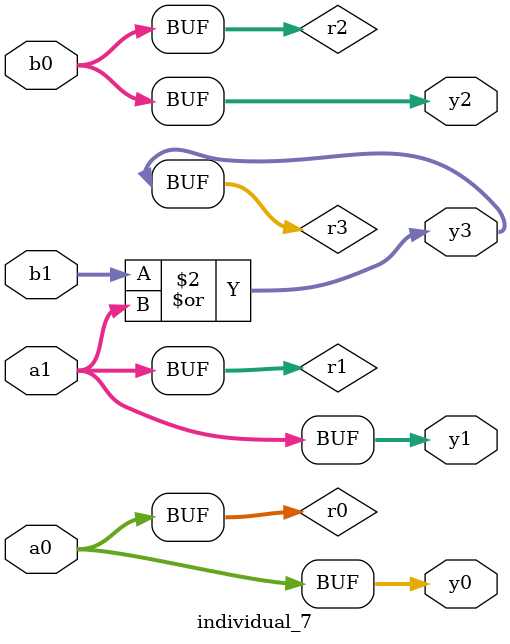
<source format=sv>
module individual_7(input logic [15:0] a1, input logic [15:0] a0, input logic [15:0] b1, input logic [15:0] b0, output logic [15:0] y3, output logic [15:0] y2, output logic [15:0] y1, output logic [15:0] y0);
logic [15:0] r0, r1, r2, r3; 
 always@(*) begin 
	 r0 = a0; r1 = a1; r2 = b0; r3 = b1; 
 	 r3  |=  r1 ;
 	 y3 = r3; y2 = r2; y1 = r1; y0 = r0; 
end
endmodule
</source>
